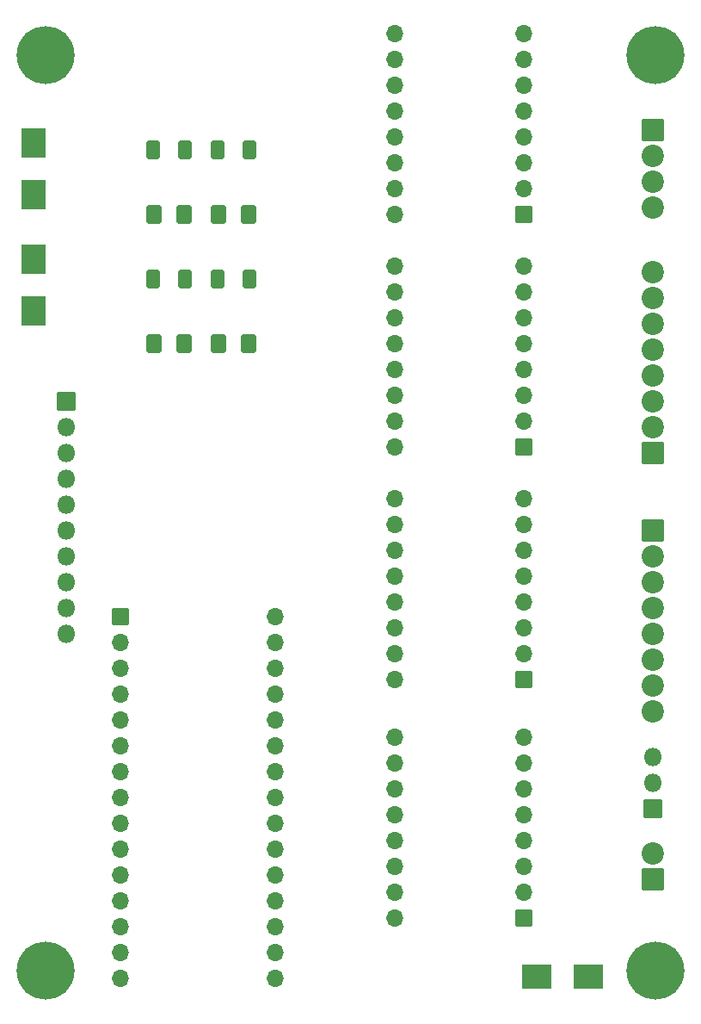
<source format=gbr>
%TF.GenerationSoftware,KiCad,Pcbnew,(6.0.4)*%
%TF.CreationDate,2023-07-24T12:38:11-04:00*%
%TF.ProjectId,BREAD_Slice,42524541-445f-4536-9c69-63652e6b6963,rev?*%
%TF.SameCoordinates,Original*%
%TF.FileFunction,Soldermask,Bot*%
%TF.FilePolarity,Negative*%
%FSLAX46Y46*%
G04 Gerber Fmt 4.6, Leading zero omitted, Abs format (unit mm)*
G04 Created by KiCad (PCBNEW (6.0.4)) date 2023-07-24 12:38:11*
%MOMM*%
%LPD*%
G01*
G04 APERTURE LIST*
G04 Aperture macros list*
%AMRoundRect*
0 Rectangle with rounded corners*
0 $1 Rounding radius*
0 $2 $3 $4 $5 $6 $7 $8 $9 X,Y pos of 4 corners*
0 Add a 4 corners polygon primitive as box body*
4,1,4,$2,$3,$4,$5,$6,$7,$8,$9,$2,$3,0*
0 Add four circle primitives for the rounded corners*
1,1,$1+$1,$2,$3*
1,1,$1+$1,$4,$5*
1,1,$1+$1,$6,$7*
1,1,$1+$1,$8,$9*
0 Add four rect primitives between the rounded corners*
20,1,$1+$1,$2,$3,$4,$5,0*
20,1,$1+$1,$4,$5,$6,$7,0*
20,1,$1+$1,$6,$7,$8,$9,0*
20,1,$1+$1,$8,$9,$2,$3,0*%
G04 Aperture macros list end*
%ADD10C,5.700000*%
%ADD11RoundRect,0.050000X-0.800000X-0.800000X0.800000X-0.800000X0.800000X0.800000X-0.800000X0.800000X0*%
%ADD12O,1.700000X1.700000*%
%ADD13RoundRect,0.050000X-0.850000X-0.850000X0.850000X-0.850000X0.850000X0.850000X-0.850000X0.850000X0*%
%ADD14O,1.800000X1.800000*%
%ADD15RoundRect,0.050000X0.800000X0.800000X-0.800000X0.800000X-0.800000X-0.800000X0.800000X-0.800000X0*%
%ADD16RoundRect,0.050000X-1.050000X1.050000X-1.050000X-1.050000X1.050000X-1.050000X1.050000X1.050000X0*%
%ADD17C,2.200000*%
%ADD18RoundRect,0.050000X1.050000X-1.050000X1.050000X1.050000X-1.050000X1.050000X-1.050000X-1.050000X0*%
%ADD19RoundRect,0.050000X0.850000X0.850000X-0.850000X0.850000X-0.850000X-0.850000X0.850000X-0.850000X0*%
%ADD20RoundRect,0.050000X1.175000X-1.385000X1.175000X1.385000X-1.175000X1.385000X-1.175000X-1.385000X0*%
%ADD21RoundRect,0.300000X0.462500X0.625000X-0.462500X0.625000X-0.462500X-0.625000X0.462500X-0.625000X0*%
%ADD22RoundRect,0.300000X0.400000X0.625000X-0.400000X0.625000X-0.400000X-0.625000X0.400000X-0.625000X0*%
%ADD23RoundRect,0.050000X1.385000X1.175000X-1.385000X1.175000X-1.385000X-1.175000X1.385000X-1.175000X0*%
G04 APERTURE END LIST*
D10*
%TO.C,H1*%
X127600000Y-44800000D03*
%TD*%
%TO.C,H2*%
X187600000Y-44800000D03*
%TD*%
%TO.C,H3*%
X127600000Y-134800000D03*
%TD*%
%TO.C,H4*%
X187600000Y-134800000D03*
%TD*%
D11*
%TO.C,G1*%
X135000000Y-100000000D03*
D12*
X135000000Y-102540000D03*
X135000000Y-105080000D03*
X135000000Y-107620000D03*
X135000000Y-110160000D03*
X135000000Y-112700000D03*
X135000000Y-115240000D03*
X135000000Y-117780000D03*
X135000000Y-120320000D03*
X135000000Y-122860000D03*
X135000000Y-125400000D03*
X135000000Y-127940000D03*
X135000000Y-130480000D03*
X135000000Y-133020000D03*
X135000000Y-135560000D03*
X150240000Y-135560000D03*
X150240000Y-133020000D03*
X150240000Y-130480000D03*
X150240000Y-127940000D03*
X150240000Y-125400000D03*
X150240000Y-122860000D03*
X150240000Y-120320000D03*
X150240000Y-117780000D03*
X150240000Y-115240000D03*
X150240000Y-112700000D03*
X150240000Y-110160000D03*
X150240000Y-107620000D03*
X150240000Y-105080000D03*
X150240000Y-102540000D03*
X150240000Y-100000000D03*
%TD*%
D13*
%TO.C,J1*%
X129600000Y-78800000D03*
D14*
X129600000Y-81340000D03*
X129600000Y-83880000D03*
X129600000Y-86420000D03*
X129600000Y-88960000D03*
X129600000Y-91500000D03*
X129600000Y-94040000D03*
X129600000Y-96580000D03*
X129600000Y-99120000D03*
X129600000Y-101660000D03*
%TD*%
D15*
%TO.C,A1*%
X174670000Y-60425000D03*
D12*
X174670000Y-57885000D03*
X174670000Y-55345000D03*
X174670000Y-52805000D03*
X174670000Y-50265000D03*
X174670000Y-47725000D03*
X174670000Y-45185000D03*
X174670000Y-42645000D03*
X161970000Y-42645000D03*
X161970000Y-45185000D03*
X161970000Y-47725000D03*
X161970000Y-50265000D03*
X161970000Y-52805000D03*
X161970000Y-55345000D03*
X161970000Y-57885000D03*
X161970000Y-60425000D03*
%TD*%
D15*
%TO.C,A2*%
X174670000Y-83285000D03*
D12*
X174670000Y-80745000D03*
X174670000Y-78205000D03*
X174670000Y-75665000D03*
X174670000Y-73125000D03*
X174670000Y-70585000D03*
X174670000Y-68045000D03*
X174670000Y-65505000D03*
X161970000Y-65505000D03*
X161970000Y-68045000D03*
X161970000Y-70585000D03*
X161970000Y-73125000D03*
X161970000Y-75665000D03*
X161970000Y-78205000D03*
X161970000Y-80745000D03*
X161970000Y-83285000D03*
%TD*%
D15*
%TO.C,A3*%
X174670000Y-106145000D03*
D12*
X174670000Y-103605000D03*
X174670000Y-101065000D03*
X174670000Y-98525000D03*
X174670000Y-95985000D03*
X174670000Y-93445000D03*
X174670000Y-90905000D03*
X174670000Y-88365000D03*
X161970000Y-88365000D03*
X161970000Y-90905000D03*
X161970000Y-93445000D03*
X161970000Y-95985000D03*
X161970000Y-98525000D03*
X161970000Y-101065000D03*
X161970000Y-103605000D03*
X161970000Y-106145000D03*
%TD*%
D15*
%TO.C,A4*%
X174670000Y-129640000D03*
D12*
X174670000Y-127100000D03*
X174670000Y-124560000D03*
X174670000Y-122020000D03*
X174670000Y-119480000D03*
X174670000Y-116940000D03*
X174670000Y-114400000D03*
X174670000Y-111860000D03*
X161970000Y-111860000D03*
X161970000Y-114400000D03*
X161970000Y-116940000D03*
X161970000Y-119480000D03*
X161970000Y-122020000D03*
X161970000Y-124560000D03*
X161970000Y-127100000D03*
X161970000Y-129640000D03*
%TD*%
D16*
%TO.C,J2*%
X187370000Y-52170000D03*
D17*
X187370000Y-54710000D03*
X187370000Y-57250000D03*
X187370000Y-59790000D03*
%TD*%
D18*
%TO.C,J3*%
X187370000Y-83920000D03*
D17*
X187370000Y-81380000D03*
X187370000Y-78840000D03*
X187370000Y-76300000D03*
X187370000Y-73760000D03*
X187370000Y-71220000D03*
X187370000Y-68680000D03*
X187370000Y-66140000D03*
%TD*%
D16*
%TO.C,J4*%
X187370000Y-91540000D03*
D17*
X187370000Y-94080000D03*
X187370000Y-96620000D03*
X187370000Y-99160000D03*
X187370000Y-101700000D03*
X187370000Y-104240000D03*
X187370000Y-106780000D03*
X187370000Y-109320000D03*
%TD*%
D19*
%TO.C,J5*%
X187370000Y-118845000D03*
D14*
X187370000Y-116305000D03*
X187370000Y-113765000D03*
%TD*%
D18*
%TO.C,J6*%
X187370000Y-125830000D03*
D17*
X187370000Y-123290000D03*
%TD*%
D20*
%TO.C,C2*%
X126410000Y-58550000D03*
X126410000Y-53410000D03*
%TD*%
%TO.C,C1*%
X126410000Y-69980000D03*
X126410000Y-64840000D03*
%TD*%
D21*
%TO.C,D1*%
X141232500Y-60425000D03*
X138257500Y-60425000D03*
%TD*%
%TO.C,D2*%
X147582500Y-60425000D03*
X144607500Y-60425000D03*
%TD*%
%TO.C,D3*%
X141232500Y-73125000D03*
X138257500Y-73125000D03*
%TD*%
%TO.C,D4*%
X147582500Y-73125000D03*
X144607500Y-73125000D03*
%TD*%
D22*
%TO.C,R1*%
X141295000Y-54075000D03*
X138195000Y-54075000D03*
%TD*%
%TO.C,R2*%
X147645000Y-54075000D03*
X144545000Y-54075000D03*
%TD*%
%TO.C,R3*%
X141295000Y-66775000D03*
X138195000Y-66775000D03*
%TD*%
%TO.C,R4*%
X147645000Y-66775000D03*
X144545000Y-66775000D03*
%TD*%
D23*
%TO.C,C3*%
X181050000Y-135355000D03*
X175910000Y-135355000D03*
%TD*%
M02*

</source>
